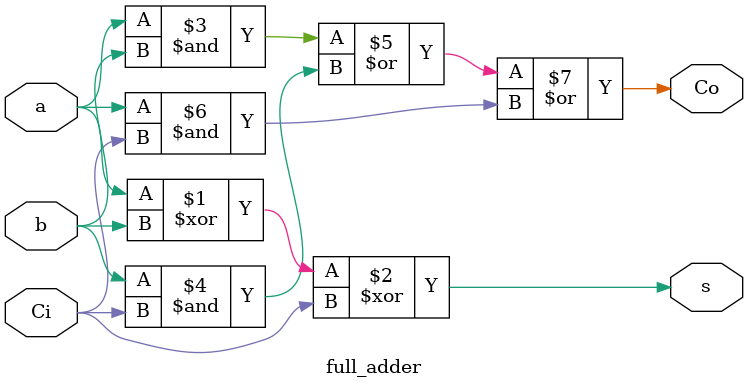
<source format=v>
module full_adder (a, b, Ci, s, Co);
input a, b, Ci;
output s, Co;

assign s = a^b^Ci;
assign Co = (a&b)|(b&Ci)|(a&Ci);

endmodule

</source>
